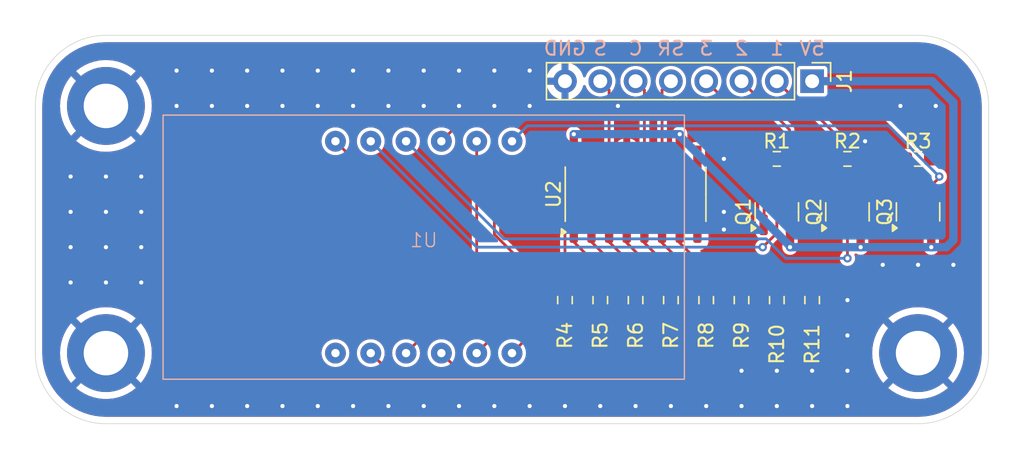
<source format=kicad_pcb>
(kicad_pcb (version 20240108) (generator "pcbnew") (generator_version "8.0")
  (layers (0 "F.Cu" signal) (31 "B.Cu" signal) (34 "B.Paste" user) (35 "F.Paste" user) (36 "B.SilkS" user "B.Silkscreen") (37 "F.SilkS" user "F.Silkscreen") (38 "B.Mask" user) (39 "F.Mask" user) (44 "Edge.Cuts" user))
  (net 0 "")
  (net 1 "/DIG3")
  (net 2 "GND")
  (net 3 "+5V")
  (net 4 "/DIG1")
  (net 5 "/RCLK")
  (net 6 "/DIG2")
  (net 7 "/SER")
  (net 8 "/SRCLK")
  (net 9 "Net-(Q1-C)")
  (net 10 "Net-(Q1-B)")
  (net 11 "Net-(Q2-B)")
  (net 12 "Net-(Q2-C)")
  (net 13 "Net-(Q3-B)")
  (net 14 "Net-(Q3-C)")
  (net 15 "Net-(U2-QA)")
  (net 16 "Net-(U1-A)")
  (net 17 "Net-(U2-QB)")
  (net 18 "Net-(U1-B)")
  (net 19 "Net-(U2-QC)")
  (net 20 "Net-(U1-C)")
  (net 21 "Net-(U2-QD)")
  (net 22 "Net-(U1-D)")
  (net 23 "Net-(U1-E)")
  (net 24 "Net-(U2-QE)")
  (net 25 "Net-(U1-F)")
  (net 26 "Net-(U2-QF)")
  (net 27 "Net-(U1-G)")
  (net 28 "Net-(U2-QG)")
  (net 29 "Net-(U2-QH)")
  (net 30 "Net-(U1-DP)")
  (footprint "MountingHole:MountingHole_3.2mm_M3_DIN965_Pad" (layer "F.Cu") (at 124.46 55.88)
    (property "Reference" "H1")
    (property "Value" "M3")
    (pad "1" thru_hole circle (at 0 0) (size 5.6 5.6) (drill 3.2) (layers "*.Cu" "*.Mask") (net 2 "GND"))
  )
  (footprint "Resistor_SMD:R_0603_1608Metric_Pad0.98x0.95mm_HandSolder" (layer "F.Cu") (at 119.38 41.91 180)
    (property "Reference" "R2" (at 0 1.27 0) (layer "F.SilkS"))
    (property "Value" "4.7k")
    (fp_line (start -0.254724 0.5225) (end 0.254724 0.5225) (stroke (width 0.12)) (layer "F.SilkS"))
    (fp_line (start -0.254724 -0.5225) (end 0.254724 -0.5225) (stroke (width 0.12)) (layer "F.SilkS"))
    (pad "1" smd roundrect (at -0.9125 0 180) (size 0.975 0.95) (layers "F.Cu" "F.Paste" "F.Mask") (net 6 "/DIG2"))
    (pad "2" smd roundrect (at 0.9125 0 180) (size 0.975 0.95) (layers "F.Cu" "F.Paste" "F.Mask") (net 11 "Net-(Q2-B)"))
  )
  (footprint "MountingHole:MountingHole_3.2mm_M3_DIN965_Pad" (layer "F.Cu") (at 66.04 55.88)
    (property "Reference" "H2")
    (property "Value" "M3")
    (pad "1" thru_hole circle (at 0 0) (size 5.6 5.6) (drill 3.2) (layers "*.Cu" "*.Mask") (net 2 "GND"))
  )
  (footprint "Resistor_SMD:R_0603_1608Metric_Pad0.98x0.95mm_HandSolder" (layer "F.Cu") (at 101.6 52.07 90)
    (property "Reference" "R5" (at -2.54 0 90) (layer "F.SilkS"))
    (property "Value" "220R")
    (fp_line (start -0.254724 -0.5225) (end 0.254724 -0.5225) (stroke (width 0.12)) (layer "F.SilkS"))
    (fp_line (start -0.254724 0.5225) (end 0.254724 0.5225) (stroke (width 0.12)) (layer "F.SilkS"))
    (pad "1" smd roundrect (at -0.9125 0 90) (size 0.975 0.95) (layers "F.Cu" "F.Paste" "F.Mask") (net 18 "Net-(U1-B)"))
    (pad "2" smd roundrect (at 0.9125 0 90) (size 0.975 0.95) (layers "F.Cu" "F.Paste" "F.Mask") (net 17 "Net-(U2-QB)"))
  )
  (footprint "Package_TO_SOT_SMD:SOT-23" (layer "F.Cu") (at 119.38 45.72 90)
    (property "Reference" "Q2" (at 0 -2.4 90) (layer "F.SilkS"))
    (property "Value" "MMBT3906")
    (fp_line (start 0 -1.56) (end 0.65 -1.56) (stroke (width 0.12)) (layer "F.SilkS"))
    (fp_line (start 0 -1.56) (end -0.65 -1.56) (stroke (width 0.12)) (layer "F.SilkS"))
    (fp_line (start 0 1.56) (end 0.65 1.56) (stroke (width 0.12)) (layer "F.SilkS"))
    (fp_line (start 0 1.56) (end -0.65 1.56) (stroke (width 0.12)) (layer "F.SilkS"))
    (fp_poly (pts (xy -1.1625 -1.51) (xy -1.4025 -1.84) (xy -0.9225 -1.84) (xy -1.1625 -1.51)) (stroke (width 0.12)) (fill solid) (layer "F.SilkS"))
    (pad "1" smd roundrect (at -0.9375 -0.95 90) (size 1.475 0.6) (layers "F.Cu" "F.Paste" "F.Mask") (net 11 "Net-(Q2-B)"))
    (pad "2" smd roundrect (at -0.9375 0.95 90) (size 1.475 0.6) (layers "F.Cu" "F.Paste" "F.Mask") (net 3 "+5V"))
    (pad "3" smd roundrect (at 0.9375 0 90) (size 1.475 0.6) (layers "F.Cu" "F.Paste" "F.Mask") (net 12 "Net-(Q2-C)"))
  )
  (footprint "Resistor_SMD:R_0603_1608Metric_Pad0.98x0.95mm_HandSolder" (layer "F.Cu") (at 114.3 41.91 180)
    (property "Reference" "R1" (at 0 1.27 0) (layer "F.SilkS"))
    (property "Value" "4.7k")
    (fp_line (start -0.254724 0.5225) (end 0.254724 0.5225) (stroke (width 0.12)) (layer "F.SilkS"))
    (fp_line (start -0.254724 -0.5225) (end 0.254724 -0.5225) (stroke (width 0.12)) (layer "F.SilkS"))
    (pad "1" smd roundrect (at -0.9125 0 180) (size 0.975 0.95) (layers "F.Cu" "F.Paste" "F.Mask") (net 1 "/DIG3"))
    (pad "2" smd roundrect (at 0.9125 0 180) (size 0.975 0.95) (layers "F.Cu" "F.Paste" "F.Mask") (net 10 "Net-(Q1-B)"))
  )
  (footprint "Resistor_SMD:R_0603_1608Metric_Pad0.98x0.95mm_HandSolder" (layer "F.Cu") (at 124.46 41.91 180)
    (property "Reference" "R3" (at 0 1.27 0) (layer "F.SilkS"))
    (property "Value" "4.7k")
    (fp_line (start -0.254724 0.5225) (end 0.254724 0.5225) (stroke (width 0.12)) (layer "F.SilkS"))
    (fp_line (start -0.254724 -0.5225) (end 0.254724 -0.5225) (stroke (width 0.12)) (layer "F.SilkS"))
    (pad "1" smd roundrect (at -0.9125 0 180) (size 0.975 0.95) (layers "F.Cu" "F.Paste" "F.Mask") (net 4 "/DIG1"))
    (pad "2" smd roundrect (at 0.9125 0 180) (size 0.975 0.95) (layers "F.Cu" "F.Paste" "F.Mask") (net 13 "Net-(Q3-B)"))
  )
  (footprint "Resistor_SMD:R_0603_1608Metric_Pad0.98x0.95mm_HandSolder" (layer "F.Cu") (at 114.3 52.07 90)
    (property "Reference" "R10" (at -3.175 0 90) (layer "F.SilkS"))
    (property "Value" "220R")
    (fp_line (start -0.254724 -0.5225) (end 0.254724 -0.5225) (stroke (width 0.12)) (layer "F.SilkS"))
    (fp_line (start -0.254724 0.5225) (end 0.254724 0.5225) (stroke (width 0.12)) (layer "F.SilkS"))
    (pad "1" smd roundrect (at -0.9125 0 90) (size 0.975 0.95) (layers "F.Cu" "F.Paste" "F.Mask") (net 27 "Net-(U1-G)"))
    (pad "2" smd roundrect (at 0.9125 0 90) (size 0.975 0.95) (layers "F.Cu" "F.Paste" "F.Mask") (net 28 "Net-(U2-QG)"))
  )
  (footprint "MountingHole:MountingHole_3.2mm_M3_DIN965_Pad" (layer "F.Cu") (at 66.04 38.1)
    (property "Reference" "H3")
    (property "Value" "M3")
    (pad "1" thru_hole circle (at 0 0) (size 5.6 5.6) (drill 3.2) (layers "*.Cu" "*.Mask") (net 2 "GND"))
  )
  (footprint "Resistor_SMD:R_0603_1608Metric_Pad0.98x0.95mm_HandSolder" (layer "F.Cu") (at 116.84 52.07 90)
    (property "Reference" "R11" (at -3.175 0 90) (layer "F.SilkS"))
    (property "Value" "220R")
    (fp_line (start -0.254724 -0.5225) (end 0.254724 -0.5225) (stroke (width 0.12)) (layer "F.SilkS"))
    (fp_line (start -0.254724 0.5225) (end 0.254724 0.5225) (stroke (width 0.12)) (layer "F.SilkS"))
    (pad "1" smd roundrect (at -0.9125 0 90) (size 0.975 0.95) (layers "F.Cu" "F.Paste" "F.Mask") (net 30 "Net-(U1-DP)"))
    (pad "2" smd roundrect (at 0.9125 0 90) (size 0.975 0.95) (layers "F.Cu" "F.Paste" "F.Mask") (net 29 "Net-(U2-QH)"))
  )
  (footprint "Resistor_SMD:R_0603_1608Metric_Pad0.98x0.95mm_HandSolder" (layer "F.Cu") (at 106.68 52.07 90)
    (property "Reference" "R7" (at -2.54 0 90) (layer "F.SilkS"))
    (property "Value" "220R")
    (fp_line (start -0.254724 -0.5225) (end 0.254724 -0.5225) (stroke (width 0.12)) (layer "F.SilkS"))
    (fp_line (start -0.254724 0.5225) (end 0.254724 0.5225) (stroke (width 0.12)) (layer "F.SilkS"))
    (pad "1" smd roundrect (at -0.9125 0 90) (size 0.975 0.95) (layers "F.Cu" "F.Paste" "F.Mask") (net 22 "Net-(U1-D)"))
    (pad "2" smd roundrect (at 0.9125 0 90) (size 0.975 0.95) (layers "F.Cu" "F.Paste" "F.Mask") (net 21 "Net-(U2-QD)"))
  )
  (footprint "Package_TO_SOT_SMD:SOT-23" (layer "F.Cu") (at 124.46 45.72 90)
    (property "Reference" "Q3" (at 0 -2.4 90) (layer "F.SilkS"))
    (property "Value" "MMBT3906")
    (fp_line (start 0 -1.56) (end 0.65 -1.56) (stroke (width 0.12)) (layer "F.SilkS"))
    (fp_line (start 0 -1.56) (end -0.65 -1.56) (stroke (width 0.12)) (layer "F.SilkS"))
    (fp_line (start 0 1.56) (end 0.65 1.56) (stroke (width 0.12)) (layer "F.SilkS"))
    (fp_line (start 0 1.56) (end -0.65 1.56) (stroke (width 0.12)) (layer "F.SilkS"))
    (fp_poly (pts (xy -1.1625 -1.51) (xy -1.4025 -1.84) (xy -0.9225 -1.84) (xy -1.1625 -1.51)) (stroke (width 0.12)) (fill solid) (layer "F.SilkS"))
    (pad "1" smd roundrect (at -0.9375 -0.95 90) (size 1.475 0.6) (layers "F.Cu" "F.Paste" "F.Mask") (net 13 "Net-(Q3-B)"))
    (pad "2" smd roundrect (at -0.9375 0.95 90) (size 1.475 0.6) (layers "F.Cu" "F.Paste" "F.Mask") (net 3 "+5V"))
    (pad "3" smd roundrect (at 0.9375 0 90) (size 1.475 0.6) (layers "F.Cu" "F.Paste" "F.Mask") (net 14 "Net-(Q3-C)"))
  )
  (footprint "Resistor_SMD:R_0603_1608Metric_Pad0.98x0.95mm_HandSolder" (layer "F.Cu") (at 104.14 52.07 90)
    (property "Reference" "R6" (at -2.54 0 90) (layer "F.SilkS"))
    (property "Value" "220R")
    (fp_line (start -0.254724 -0.5225) (end 0.254724 -0.5225) (stroke (width 0.12)) (layer "F.SilkS"))
    (fp_line (start -0.254724 0.5225) (end 0.254724 0.5225) (stroke (width 0.12)) (layer "F.SilkS"))
    (pad "1" smd roundrect (at -0.9125 0 90) (size 0.975 0.95) (layers "F.Cu" "F.Paste" "F.Mask") (net 20 "Net-(U1-C)"))
    (pad "2" smd roundrect (at 0.9125 0 90) (size 0.975 0.95) (layers "F.Cu" "F.Paste" "F.Mask") (net 19 "Net-(U2-QC)"))
  )
  (footprint "Resistor_SMD:R_0603_1608Metric_Pad0.98x0.95mm_HandSolder" (layer "F.Cu") (at 111.76 52.07 90)
    (property "Reference" "R9" (at -2.54 0 90) (layer "F.SilkS"))
    (property "Value" "220R")
    (fp_line (start -0.254724 -0.5225) (end 0.254724 -0.5225) (stroke (width 0.12)) (layer "F.SilkS"))
    (fp_line (start -0.254724 0.5225) (end 0.254724 0.5225) (stroke (width 0.12)) (layer "F.SilkS"))
    (pad "1" smd roundrect (at -0.9125 0 90) (size 0.975 0.95) (layers "F.Cu" "F.Paste" "F.Mask") (net 25 "Net-(U1-F)"))
    (pad "2" smd roundrect (at 0.9125 0 90) (size 0.975 0.95) (layers "F.Cu" "F.Paste" "F.Mask") (net 26 "Net-(U2-QF)"))
  )
  (footprint "Resistor_SMD:R_0603_1608Metric_Pad0.98x0.95mm_HandSolder" (layer "F.Cu") (at 109.22 52.07 90)
    (property "Reference" "R8" (at -2.54 0 90) (layer "F.SilkS"))
    (property "Value" "220R")
    (fp_line (start -0.254724 -0.5225) (end 0.254724 -0.5225) (stroke (width 0.12)) (layer "F.SilkS"))
    (fp_line (start -0.254724 0.5225) (end 0.254724 0.5225) (stroke (width 0.12)) (layer "F.SilkS"))
    (pad "1" smd roundrect (at -0.9125 0 90) (size 0.975 0.95) (layers "F.Cu" "F.Paste" "F.Mask") (net 23 "Net-(U1-E)"))
    (pad "2" smd roundrect (at 0.9125 0 90) (size 0.975 0.95) (layers "F.Cu" "F.Paste" "F.Mask") (net 24 "Net-(U2-QE)"))
  )
  (footprint "Connector_PinHeader_2.54mm:PinHeader_1x08_P2.54mm_Vertical" (layer "F.Cu") (at 116.84 36.322 -90)
    (property "Reference" "J1" (at 0 -2.33 90) (layer "F.SilkS"))
    (property "Value" "I/O")
    (fp_line (start -1.33 19.11) (end 1.33 19.11) (stroke (width 0.12)) (layer "F.SilkS"))
    (fp_line (start -1.33 1.27) (end -1.33 19.11) (stroke (width 0.12)) (layer "F.SilkS"))
    (fp_line (start -1.33 1.27) (end 1.33 1.27) (stroke (width 0.12)) (layer "F.SilkS"))
    (fp_line (start 1.33 1.27) (end 1.33 19.11) (stroke (width 0.12)) (layer "F.SilkS"))
    (fp_line (start -1.33 0) (end -1.33 -1.33) (stroke (width 0.12)) (layer "F.SilkS"))
    (fp_line (start -1.33 -1.33) (end 0 -1.33) (stroke (width 0.12)) (layer "F.SilkS"))
    (pad "1" thru_hole rect (at 0 0 270) (size 1.7 1.7) (drill 1) (layers "*.Cu" "*.Mask") (net 3 "+5V"))
    (pad "2" thru_hole oval (at 0 2.54 270) (size 1.7 1.7) (drill 1) (layers "*.Cu" "*.Mask") (net 4 "/DIG1"))
    (pad "3" thru_hole oval (at 0 5.08 270) (size 1.7 1.7) (drill 1) (layers "*.Cu" "*.Mask") (net 6 "/DIG2"))
    (pad "4" thru_hole oval (at 0 7.62 270) (size 1.7 1.7) (drill 1) (layers "*.Cu" "*.Mask") (net 1 "/DIG3"))
    (pad "5" thru_hole oval (at 0 10.16 270) (size 1.7 1.7) (drill 1) (layers "*.Cu" "*.Mask") (net 8 "/SRCLK"))
    (pad "6" thru_hole oval (at 0 12.7 270) (size 1.7 1.7) (drill 1) (layers "*.Cu" "*.Mask") (net 5 "/RCLK"))
    (pad "7" thru_hole oval (at 0 15.24 270) (size 1.7 1.7) (drill 1) (layers "*.Cu" "*.Mask") (net 7 "/SER"))
    (pad "8" thru_hole oval (at 0 17.78 270) (size 1.7 1.7) (drill 1) (layers "*.Cu" "*.Mask") (net 2 "GND"))
  )
  (footprint "Resistor_SMD:R_0603_1608Metric_Pad0.98x0.95mm_HandSolder" (layer "F.Cu") (at 99.06 52.07 90)
    (property "Reference" "R4" (at -2.54 0 90) (layer "F.SilkS"))
    (property "Value" "220R")
    (fp_line (start -0.254724 -0.5225) (end 0.254724 -0.5225) (stroke (width 0.12)) (layer "F.SilkS"))
    (fp_line (start -0.254724 0.5225) (end 0.254724 0.5225) (stroke (width 0.12)) (layer "F.SilkS"))
    (pad "1" smd roundrect (at -0.9125 0 90) (size 0.975 0.95) (layers "F.Cu" "F.Paste" "F.Mask") (net 16 "Net-(U1-A)"))
    (pad "2" smd roundrect (at 0.9125 0 90) (size 0.975 0.95) (layers "F.Cu" "F.Paste" "F.Mask") (net 15 "Net-(U2-QA)"))
  )
  (footprint "Package_TO_SOT_SMD:SOT-23" (layer "F.Cu") (at 114.3 45.72 90)
    (property "Reference" "Q1" (at 0 -2.4 90) (layer "F.SilkS"))
    (property "Value" "MMBT3906")
    (fp_line (start 0 -1.56) (end 0.65 -1.56) (stroke (width 0.12)) (layer "F.SilkS"))
    (fp_line (start 0 -1.56) (end -0.65 -1.56) (stroke (width 0.12)) (layer "F.SilkS"))
    (fp_line (start 0 1.56) (end 0.65 1.56) (stroke (width 0.12)) (layer "F.SilkS"))
    (fp_line (start 0 1.56) (end -0.65 1.56) (stroke (width 0.12)) (layer "F.SilkS"))
    (fp_poly (pts (xy -1.1625 -1.51) (xy -1.4025 -1.84) (xy -0.9225 -1.84) (xy -1.1625 -1.51)) (stroke (width 0.12)) (fill solid) (layer "F.SilkS"))
    (pad "1" smd roundrect (at -0.9375 -0.95 90) (size 1.475 0.6) (layers "F.Cu" "F.Paste" "F.Mask") (net 10 "Net-(Q1-B)"))
    (pad "2" smd roundrect (at -0.9375 0.95 90) (size 1.475 0.6) (layers "F.Cu" "F.Paste" "F.Mask") (net 3 "+5V"))
    (pad "3" smd roundrect (at 0.9375 0 90) (size 1.475 0.6) (layers "F.Cu" "F.Paste" "F.Mask") (net 9 "Net-(Q1-C)"))
  )
  (footprint "Package_SO:SOP-16_3.9x9.9mm_P1.27mm" (layer "F.Cu") (at 104.14 44.45 90)
    (property "Reference" "U2" (at 0 -5.9 90) (layer "F.SilkS"))
    (property "Value" "74HC595")
    (fp_line (start 0 -5.06) (end 1.95 -5.06) (stroke (width 0.12)) (layer "F.SilkS"))
    (fp_line (start 0 -5.06) (end -1.95 -5.06) (stroke (width 0.12)) (layer "F.SilkS"))
    (fp_line (start 0 5.06) (end 1.95 5.06) (stroke (width 0.12)) (layer "F.SilkS"))
    (fp_line (start 0 5.06) (end -1.95 5.06) (stroke (width 0.12)) (layer "F.SilkS"))
    (fp_poly (pts (xy -2.725 -5.005) (xy -2.965 -5.335) (xy -2.485 -5.335) (xy -2.725 -5.005)) (stroke (width 0.12)) (fill solid) (layer "F.SilkS"))
    (pad "1" smd roundrect (at -2.5 -4.445 90) (size 2 0.6) (layers "F.Cu" "F.Paste" "F.Mask") (net 17 "Net-(U2-QB)"))
    (pad "2" smd roundrect (at -2.5 -3.175 90) (size 2 0.6) (layers "F.Cu" "F.Paste" "F.Mask") (net 19 "Net-(U2-QC)"))
    (pad "3" smd roundrect (at -2.5 -1.905 90) (size 2 0.6) (layers "F.Cu" "F.Paste" "F.Mask") (net 21 "Net-(U2-QD)"))
    (pad "4" smd roundrect (at -2.5 -0.635 90) (size 2 0.6) (layers "F.Cu" "F.Paste" "F.Mask") (net 24 "Net-(U2-QE)"))
    (pad "5" smd roundrect (at -2.5 0.635 90) (size 2 0.6) (layers "F.Cu" "F.Paste" "F.Mask") (net 26 "Net-(U2-QF)"))
    (pad "6" smd roundrect (at -2.5 1.905 90) (size 2 0.6) (layers "F.Cu" "F.Paste" "F.Mask") (net 28 "Net-(U2-QG)"))
    (pad "7" smd roundrect (at -2.5 3.175 90) (size 2 0.6) (layers "F.Cu" "F.Paste" "F.Mask") (net 29 "Net-(U2-QH)"))
    (pad "8" smd roundrect (at -2.5 4.445 90) (size 2 0.6) (layers "F.Cu" "F.Paste" "F.Mask") (net 2 "GND"))
    (pad "9" smd roundrect (at 2.5 4.445 90) (size 2 0.6) (layers "F.Cu" "F.Paste" "F.Mask"))
    (pad "10" smd roundrect (at 2.5 3.175 90) (size 2 0.6) (layers "F.Cu" "F.Paste" "F.Mask") (net 3 "+5V"))
    (pad "11" smd roundrect (at 2.5 1.905 90) (size 2 0.6) (layers "F.Cu" "F.Paste" "F.Mask") (net 8 "/SRCLK"))
    (pad "12" smd roundrect (at 2.5 0.635 90) (size 2 0.6) (layers "F.Cu" "F.Paste" "F.Mask") (net 5 "/RCLK"))
    (pad "13" smd roundrect (at 2.5 -0.635 90) (size 2 0.6) (layers "F.Cu" "F.Paste" "F.Mask") (net 2 "GND"))
    (pad "14" smd roundrect (at 2.5 -1.905 90) (size 2 0.6) (layers "F.Cu" "F.Paste" "F.Mask") (net 7 "/SER"))
    (pad "15" smd roundrect (at 2.5 -3.175 90) (size 2 0.6) (layers "F.Cu" "F.Paste" "F.Mask") (net 15 "Net-(U2-QA)"))
    (pad "16" smd roundrect (at 2.5 -4.445 90) (size 2 0.6) (layers "F.Cu" "F.Paste" "F.Mask") (net 3 "+5V"))
  )
  (footprint "FJ5361BH:FJ5361BH" (layer "B.Cu") (at 88.9 48.26 180)
    (property "Reference" "U1" (at 0 0.5 0) (layer "B.SilkS") (effects (font (thickness 0.1)) (justify mirror)))
    (property "Value" "~")
    (fp_rect (start -18.75 9.5) (end 18.75 -9.5) (stroke (width 0.1)) (fill none) (layer "B.SilkS"))
    (pad "1" thru_hole circle (at -6.35 -7.62 180) (size 1.5 1.5) (drill 0.6) (layers "*.Cu" "*.Mask") (net 23 "Net-(U1-E)"))
    (pad "2" thru_hole circle (at -3.81 -7.62 180) (size 1.5 1.5) (drill 0.6) (layers "*.Cu" "*.Mask") (net 22 "Net-(U1-D)"))
    (pad "3" thru_hole circle (at -1.27 -7.62 180) (size 1.5 1.5) (drill 0.6) (layers "*.Cu" "*.Mask") (net 30 "Net-(U1-DP)"))
    (pad "4" thru_hole circle (at 1.27 -7.62 180) (size 1.5 1.5) (drill 0.6) (layers "*.Cu" "*.Mask") (net 20 "Net-(U1-C)"))
    (pad "5" thru_hole circle (at 3.81 -7.62 180) (size 1.5 1.5) (drill 0.6) (layers "*.Cu" "*.Mask") (net 27 "Net-(U1-G)"))
    (pad "6" thru_hole circle (at 6.35 -7.62 180) (size 1.5 1.5) (drill 0.6) (layers "*.Cu" "*.Mask"))
    (pad "7" thru_hole circle (at 6.35 7.62 180) (size 1.5 1.5) (drill 0.6) (layers "*.Cu" "*.Mask") (net 18 "Net-(U1-B)"))
    (pad "8" thru_hole circle (at 3.81 7.62 180) (size 1.5 1.5) (drill 0.6) (layers "*.Cu" "*.Mask") (net 9 "Net-(Q1-C)"))
    (pad "9" thru_hole circle (at 1.27 7.62 180) (size 1.5 1.5) (drill 0.6) (layers "*.Cu" "*.Mask") (net 12 "Net-(Q2-C)"))
    (pad "10" thru_hole circle (at -1.27 7.62 180) (size 1.5 1.5) (drill 0.6) (layers "*.Cu" "*.Mask") (net 25 "Net-(U1-F)"))
    (pad "11" thru_hole circle (at -3.81 7.62 180) (size 1.5 1.5) (drill 0.6) (layers "*.Cu" "*.Mask") (net 16 "Net-(U1-A)"))
    (pad "12" thru_hole circle (at -6.35 7.62 180) (size 1.5 1.5) (drill 0.6) (layers "*.Cu" "*.Mask") (net 14 "Net-(Q3-C)"))
  )
  (gr_line (start 66.04 60.96) (end 124.46 60.96) (stroke (width 0.05)) (layer "Edge.Cuts"))
  (gr_arc (start 60.96 38.1) (mid 62.447898 34.507898) (end 66.04 33.02) (stroke (width 0.05)) (layer "Edge.Cuts"))
  (gr_arc (start 129.54 55.88) (mid 128.052102 59.472102) (end 124.46 60.96) (stroke (width 0.05)) (layer "Edge.Cuts"))
  (gr_line (start 66.04 33.02) (end 124.46 33.02) (stroke (width 0.05)) (layer "Edge.Cuts"))
  (gr_arc (start 124.46 33.02) (mid 128.052102 34.507898) (end 129.54 38.1) (stroke (width 0.05)) (layer "Edge.Cuts"))
  (gr_arc (start 66.04 60.96) (mid 62.447898 59.472102) (end 60.96 55.88) (stroke (width 0.05)) (layer "Edge.Cuts"))
  (gr_line (start 60.96 38.1) (end 60.96 55.88) (stroke (width 0.05)) (layer "Edge.Cuts"))
  (gr_line (start 129.54 55.88) (end 129.54 38.1) (stroke (width 0.05)) (layer "Edge.Cuts"))
  (gr_text "3" (at 109.22 34.544 0) (layer "B.SilkS") (effects (font (size 1 1)) (justify bottom mirror)))
  (gr_text "S" (at 101.6 34.544 0) (layer "B.SilkS") (effects (font (size 1 1)) (justify bottom mirror)))
  (gr_text "GND" (at 99.06 34.544 0) (layer "B.SilkS") (effects (font (size 1 1)) (justify bottom mirror)))
  (gr_text "2" (at 111.76 34.544 0) (layer "B.SilkS") (effects (font (size 1 1)) (justify bottom mirror)))
  (gr_text "SR" (at 106.68 34.544 0) (layer "B.SilkS") (effects (font (size 1 1)) (justify bottom mirror)))
  (gr_text "C" (at 104.14 34.544 0) (layer "B.SilkS") (effects (font (size 1 1)) (justify bottom mirror)))
  (gr_text "1" (at 114.3 34.544 0) (layer "B.SilkS") (effects (font (size 1 1)) (justify bottom mirror)))
  (gr_text "5V" (at 116.84 34.544 0) (layer "B.SilkS") (effects (font (size 1 1)) (justify bottom mirror)))
  (segment (start 115.2125 39.8125) (end 113.792 38.392) (width 0.2) (layer "F.Cu") (net 1))
  (segment (start 109.22 36.322) (end 111.29 38.392) (width 0.2) (layer "F.Cu") (net 1))
  (segment (start 111.29 38.392) (end 113.792 38.392) (width 0.2) (layer "F.Cu") (net 1))
  (segment (start 115.2125 41.91) (end 115.2125 39.8125) (width 0.2) (layer "F.Cu") (net 1))
  (via (at 66.04 43.18) (size 0.6) (drill 0.3) (layers "F.Cu" "B.Cu") (net 2))
  (via (at 86.36 38.1) (size 0.6) (drill 0.3) (layers "F.Cu" "B.Cu") (net 2))
  (via (at 101.6 59.69) (size 0.6) (drill 0.3) (layers "F.Cu" "B.Cu") (net 2))
  (via (at 123.19 38.1) (size 0.6) (drill 0.3) (layers "F.Cu" "B.Cu") (net 2))
  (via (at 63.5 50.8) (size 0.6) (drill 0.3) (layers "F.Cu" "B.Cu") (net 2))
  (via (at 121.92 49.53) (size 0.6) (drill 0.3) (layers "F.Cu" "B.Cu") (net 2))
  (via (at 83.82 35.56) (size 0.6) (drill 0.3) (layers "F.Cu" "B.Cu") (net 2))
  (via (at 68.58 50.8) (size 0.6) (drill 0.3) (layers "F.Cu" "B.Cu") (net 2))
  (via (at 99.06 59.69) (size 0.6) (drill 0.3) (layers "F.Cu" "B.Cu") (net 2))
  (via (at 114.3 59.69) (size 0.6) (drill 0.3) (layers "F.Cu" "B.Cu") (net 2))
  (via (at 63.5 43.18) (size 0.6) (drill 0.3) (layers "F.Cu" "B.Cu") (net 2))
  (via (at 78.74 38.1) (size 0.6) (drill 0.3) (layers "F.Cu" "B.Cu") (net 2))
  (via (at 68.58 45.72) (size 0.6) (drill 0.3) (layers "F.Cu" "B.Cu") (net 2))
  (via (at 76.2 38.1) (size 0.6) (drill 0.3) (layers "F.Cu" "B.Cu") (net 2))
  (via (at 93.98 59.69) (size 0.6) (drill 0.3) (layers "F.Cu" "B.Cu") (net 2))
  (via (at 66.04 50.8) (size 0.6) (drill 0.3) (layers "F.Cu" "B.Cu") (net 2))
  (via (at 116.84 59.69) (size 0.6) (drill 0.3) (layers "F.Cu" "B.Cu") (net 2))
  (via (at 73.66 35.56) (size 0.6) (drill 0.3) (layers "F.Cu" "B.Cu") (net 2))
  (via (at 63.5 48.26) (size 0.6) (drill 0.3) (layers "F.Cu" "B.Cu") (net 2))
  (via (at 73.66 59.69) (size 0.6) (drill 0.3) (layers "F.Cu" "B.Cu") (net 2))
  (via (at 81.28 59.69) (size 0.6) (drill 0.3) (layers "F.Cu" "B.Cu") (net 2))
  (via (at 83.82 38.1) (size 0.6) (drill 0.3) (layers "F.Cu" "B.Cu") (net 2))
  (via (at 88.9 35.56) (size 0.6) (drill 0.3) (layers "F.Cu" "B.Cu") (net 2))
  (via (at 76.2 59.69) (size 0.6) (drill 0.3) (layers "F.Cu" "B.Cu") (net 2))
  (via (at 116.84 57.15) (size 0.6) (drill 0.3) (layers "F.Cu" "B.Cu") (net 2))
  (via (at 106.68 59.69) (size 0.6) (drill 0.3) (layers "F.Cu" "B.Cu") (net 2))
  (via (at 96.52 35.56) (size 0.6) (drill 0.3) (layers "F.Cu" "B.Cu") (net 2))
  (via (at 104.14 59.69) (size 0.6) (drill 0.3) (layers "F.Cu" "B.Cu") (net 2))
  (via (at 111.76 59.69) (size 0.6) (drill 0.3) (layers "F.Cu" "B.Cu") (net 2))
  (via (at 76.2 35.56) (size 0.6) (drill 0.3) (layers "F.Cu" "B.Cu") (net 2))
  (via (at 71.12 59.69) (size 0.6) (drill 0.3) (layers "F.Cu" "B.Cu") (net 2))
  (via (at 93.98 35.56) (size 0.6) (drill 0.3) (layers "F.Cu" "B.Cu") (net 2))
  (via (at 96.52 38.1) (size 0.6) (drill 0.3) (layers "F.Cu" "B.Cu") (net 2))
  (via (at 63.5 45.72) (size 0.6) (drill 0.3) (layers "F.Cu" "B.Cu") (net 2))
  (via (at 119.38 59.69) (size 0.6) (drill 0.3) (layers "F.Cu" "B.Cu") (net 2))
  (via (at 88.9 38.1) (size 0.6) (drill 0.3) (layers "F.Cu" "B.Cu") (net 2))
  (via (at 110.49 46.99) (size 0.6) (drill 0.3) (layers "F.Cu" "B.Cu") (net 2))
  (via (at 96.52 59.69) (size 0.6) (drill 0.3) (layers "F.Cu" "B.Cu") (net 2))
  (via (at 124.46 49.53) (size 0.6) (drill 0.3) (layers "F.Cu" "B.Cu") (net 2))
  (via (at 83.82 59.69) (size 0.6) (drill 0.3) (layers "F.Cu" "B.Cu") (net 2))
  (via (at 88.9 59.69) (size 0.6) (drill 0.3) (layers "F.Cu" "B.Cu") (net 2))
  (via (at 93.98 38.1) (size 0.6) (drill 0.3) (layers "F.Cu" "B.Cu") (net 2))
  (via (at 127 49.53) (size 0.6) (drill 0.3) (layers "F.Cu" "B.Cu") (net 2))
  (via (at 91.44 59.69) (size 0.6) (drill 0.3) (layers "F.Cu" "B.Cu") (net 2))
  (via (at 66.04 45.72) (size 0.6) (drill 0.3) (layers "F.Cu" "B.Cu") (net 2))
  (via (at 81.28 38.1) (size 0.6) (drill 0.3) (layers "F.Cu" "B.Cu") (net 2))
  (via (at 109.22 59.69) (size 0.6) (drill 0.3) (layers "F.Cu" "B.Cu") (net 2))
  (via (at 119.38 57.15) (size 0.6) (drill 0.3) (layers "F.Cu" "B.Cu") (net 2))
  (via (at 119.38 54.61) (size 0.6) (drill 0.3) (layers "F.Cu" "B.Cu") (net 2))
  (via (at 78.74 59.69) (size 0.6) (drill 0.3) (layers "F.Cu" "B.Cu") (net 2))
  (via (at 81.28 35.56) (size 0.6) (drill 0.3) (layers "F.Cu" "B.Cu") (net 2))
  (via (at 111.76 57.15) (size 0.6) (drill 0.3) (layers "F.Cu" "B.Cu") (net 2))
  (via (at 68.58 43.18) (size 0.6) (drill 0.3) (layers "F.Cu" "B.Cu") (net 2))
  (via (at 71.12 35.56) (size 0.6) (drill 0.3) (layers "F.Cu" "B.Cu") (net 2))
  (via (at 110.49 45.72) (size 0.6) (drill 0.3) (layers "F.Cu" "B.Cu") (net 2))
  (via (at 73.66 38.1) (size 0.6) (drill 0.3) (layers "F.Cu" "B.Cu") (net 2))
  (via (at 66.04 48.26) (size 0.6) (drill 0.3) (layers "F.Cu" "B.Cu") (net 2))
  (via (at 86.36 35.56) (size 0.6) (drill 0.3) (layers "F.Cu" "B.Cu") (net 2))
  (via (at 68.58 48.26) (size 0.6) (drill 0.3) (layers "F.Cu" "B.Cu") (net 2))
  (via (at 120.65 40.64) (size 0.6) (drill 0.3) (layers "F.Cu" "B.Cu") (net 2))
  (via (at 125.73 38.1) (size 0.6) (drill 0.3) (layers "F.Cu" "B.Cu") (net 2))
  (via (at 114.3 57.15) (size 0.6) (drill 0.3) (layers "F.Cu" "B.Cu") (net 2))
  (via (at 110.49 41.91) (size 0.6) (drill 0.3) (layers "F.Cu" "B.Cu") (net 2))
  (via (at 119.38 52.07) (size 0.6) (drill 0.3) (layers "F.Cu" "B.Cu") (net 2))
  (via (at 91.44 38.1) (size 0.6) (drill 0.3) (layers "F.Cu" "B.Cu") (net 2))
  (via (at 91.44 35.56) (size 0.6) (drill 0.3) (layers "F.Cu" "B.Cu") (net 2))
  (via (at 86.36 59.69) (size 0.6) (drill 0.3) (layers "F.Cu" "B.Cu") (net 2))
  (via (at 71.12 38.1) (size 0.6) (drill 0.3) (layers "F.Cu" "B.Cu") (net 2))
  (via (at 102.87 38.1) (size 0.6) (drill 0.3) (layers "F.Cu" "B.Cu") (net 2))
  (via (at 78.74 35.56) (size 0.6) (drill 0.3) (layers "F.Cu" "B.Cu") (net 2))
  (segment (start 115.25 46.6575) (end 115.25 48.26) (width 0.6) (layer "F.Cu") (net 3))
  (segment (start 125.41 46.6575) (end 125.41 48.26) (width 0.6) (layer "F.Cu") (net 3))
  (segment (start 107.315 41.95) (end 107.315 40.132) (width 0.6) (layer "F.Cu") (net 3))
  (segment (start 120.33 46.6575) (end 120.33 48.26) (width 0.6) (layer "F.Cu") (net 3))
  (segment (start 99.695 41.95) (end 99.695 40.132) (width 0.6) (layer "F.Cu") (net 3))
  (via (at 125.41 48.26) (size 0.6) (drill 0.3) (layers "F.Cu" "B.Cu") (net 3))
  (via (at 107.315 40.132) (size 0.6) (drill 0.3) (layers "F.Cu" "B.Cu") (net 3))
  (via (at 99.695 40.132) (size 0.6) (drill 0.3) (layers "F.Cu" "B.Cu") (net 3))
  (via (at 120.33 48.26) (size 0.6) (drill 0.3) (layers "F.Cu" "B.Cu") (net 3))
  (via (at 115.25 48.26) (size 0.6) (drill 0.3) (layers "F.Cu" "B.Cu") (net 3))
  (segment (start 115.316 48.26) (end 115.25 48.26) (width 0.6) (layer "B.Cu") (net 3))
  (segment (start 107.315 40.259) (end 107.315 40.132) (width 0.6) (layer "B.Cu") (net 3))
  (segment (start 126.492 48.26) (end 115.316 48.26) (width 0.6) (layer "B.Cu") (net 3))
  (segment (start 125.476 36.322) (end 127 37.846) (width 0.6) (layer "B.Cu") (net 3))
  (segment (start 115.316 48.26) (end 107.315 40.259) (width 0.6) (layer "B.Cu") (net 3))
  (segment (start 127 37.846) (end 127 47.752) (width 0.6) (layer "B.Cu") (net 3))
  (segment (start 107.315 40.132) (end 99.695 40.132) (width 0.6) (layer "B.Cu") (net 3))
  (segment (start 116.84 36.322) (end 125.476 36.322) (width 0.6) (layer "B.Cu") (net 3))
  (segment (start 127 47.752) (end 126.492 48.26) (width 0.6) (layer "B.Cu") (net 3))
  (segment (start 115.57 37.592) (end 121.0545 37.592) (width 0.2) (layer "F.Cu") (net 4))
  (segment (start 114.3 36.322) (end 115.57 37.592) (width 0.2) (layer "F.Cu") (net 4))
  (segment (start 121.0545 37.592) (end 125.3725 41.91) (width 0.2) (layer "F.Cu") (net 4))
  (segment (start 104.775 36.957) (end 104.14 36.322) (width 0.2) (layer "F.Cu") (net 5))
  (segment (start 104.775 41.95) (end 104.775 36.957) (width 0.2) (layer "F.Cu") (net 5))
  (segment (start 113.43 37.992) (end 116.3745 37.992) (width 0.2) (layer "F.Cu") (net 6))
  (segment (start 116.3745 37.992) (end 120.2925 41.91) (width 0.2) (layer "F.Cu") (net 6))
  (segment (start 111.76 36.322) (end 113.43 37.992) (width 0.2) (layer "F.Cu") (net 6))
  (segment (start 102.235 36.957) (end 101.6 36.322) (width 0.2) (layer "F.Cu") (net 7))
  (segment (start 102.235 41.95) (end 102.235 36.957) (width 0.2) (layer "F.Cu") (net 7))
  (segment (start 106.045 36.957) (end 106.68 36.322) (width 0.2) (layer "F.Cu") (net 8))
  (segment (start 106.045 41.95) (end 106.045 36.957) (width 0.2) (layer "F.Cu") (net 8))
  (segment (start 114.3 47.244) (end 113.284 48.26) (width 0.2) (layer "F.Cu") (net 9))
  (segment (start 114.3 44.7825) (end 114.3 47.244) (width 0.2) (layer "F.Cu") (net 9))
  (via (at 113.284 48.26) (size 0.6) (drill 0.3) (layers "F.Cu" "B.Cu") (net 9))
  (segment (start 113.284 48.26) (end 92.71 48.26) (width 0.2) (layer "B.Cu") (net 9))
  (segment (start 92.71 48.26) (end 85.09 40.64) (width 0.2) (layer "B.Cu") (net 9))
  (segment (start 113.3875 46.62) (end 113.35 46.6575) (width 0.2) (layer "F.Cu") (net 10))
  (segment (start 113.3875 41.91) (end 113.3875 46.62) (width 0.2) (layer "F.Cu") (net 10))
  (segment (start 118.4675 46.62) (end 118.43 46.6575) (width 0.2) (layer "F.Cu") (net 11))
  (segment (start 118.4675 41.91) (end 118.4675 46.62) (width 0.2) (layer "F.Cu") (net 11))
  (segment (start 119.38 44.7825) (end 119.38 49.06) (width 0.2) (layer "F.Cu") (net 12))
  (via (at 119.38 49.06) (size 0.6) (drill 0.3) (layers "F.Cu" "B.Cu") (net 12))
  (segment (start 94.65 47.66) (end 113.532529 47.66) (width 0.2) (layer "B.Cu") (net 12))
  (segment (start 113.532529 47.66) (end 114.932529 49.06) (width 0.2) (layer "B.Cu") (net 12))
  (segment (start 87.63 40.64) (end 94.65 47.66) (width 0.2) (layer "B.Cu") (net 12))
  (segment (start 114.932529 49.06) (end 119.38 49.06) (width 0.2) (layer "B.Cu") (net 12))
  (segment (start 123.5475 41.91) (end 123.5475 46.62) (width 0.2) (layer "F.Cu") (net 13))
  (segment (start 123.5475 46.62) (end 123.51 46.6575) (width 0.2) (layer "F.Cu") (net 13))
  (segment (start 125.984 43.2585) (end 125.984 43.18) (width 0.2) (layer "F.Cu") (net 14))
  (segment (start 124.46 44.7825) (end 125.984 43.2585) (width 0.2) (layer "F.Cu") (net 14))
  (via (at 125.984 43.18) (size 0.6) (drill 0.3) (layers "F.Cu" "B.Cu") (net 14))
  (segment (start 96.358 39.532) (end 95.25 40.64) (width 0.2) (layer "B.Cu") (net 14))
  (segment (start 122.336 39.532) (end 96.358 39.532) (width 0.2) (layer "B.Cu") (net 14))
  (segment (start 125.984 43.18) (end 122.336 39.532) (width 0.2) (layer "B.Cu") (net 14))
  (segment (start 100.965 41.95) (end 100.965 42.949999) (width 0.2) (layer "F.Cu") (net 15))
  (segment (start 99.06 44.854999) (end 99.06 51.1575) (width 0.2) (layer "F.Cu") (net 15))
  (segment (start 100.965 42.949999) (end 99.06 44.854999) (width 0.2) (layer "F.Cu") (net 15))
  (segment (start 92.71 50.234314) (end 92.71 40.64) (width 0.2) (layer "F.Cu") (net 16))
  (segment (start 99.06 52.9825) (end 95.458186 52.9825) (width 0.2) (layer "F.Cu") (net 16))
  (segment (start 95.458186 52.9825) (end 92.71 50.234314) (width 0.2) (layer "F.Cu") (net 16))
  (segment (start 99.695 47.879) (end 101.6 49.784) (width 0.2) (layer "F.Cu") (net 17))
  (segment (start 101.6 49.784) (end 101.6 51.1575) (width 0.2) (layer "F.Cu") (net 17))
  (segment (start 99.695 46.95) (end 99.695 47.879) (width 0.2) (layer "F.Cu") (net 17))
  (segment (start 100.8125 53.77) (end 95.68 53.77) (width 0.2) (layer "F.Cu") (net 18))
  (segment (start 95.68 53.77) (end 82.55 40.64) (width 0.2) (layer "F.Cu") (net 18))
  (segment (start 101.6 52.9825) (end 100.8125 53.77) (width 0.2) (layer "F.Cu") (net 18))
  (segment (start 100.965 47.879) (end 104.14 51.054) (width 0.2) (layer "F.Cu") (net 19))
  (segment (start 104.14 51.054) (end 104.14 51.1575) (width 0.2) (layer "F.Cu") (net 19))
  (segment (start 100.965 46.95) (end 100.965 47.879) (width 0.2) (layer "F.Cu") (net 19))
  (segment (start 89.34 54.17) (end 87.63 55.88) (width 0.2) (layer "F.Cu") (net 20))
  (segment (start 102.9525 54.17) (end 89.34 54.17) (width 0.2) (layer "F.Cu") (net 20))
  (segment (start 104.14 52.9825) (end 102.9525 54.17) (width 0.2) (layer "F.Cu") (net 20))
  (segment (start 105.5135 51.1575) (end 106.68 51.1575) (width 0.2) (layer "F.Cu") (net 21))
  (segment (start 102.235 47.879) (end 105.5135 51.1575) (width 0.2) (layer "F.Cu") (net 21))
  (segment (start 102.235 46.95) (end 102.235 47.879) (width 0.2) (layer "F.Cu") (net 21))
  (segment (start 105.0925 54.57) (end 94.02 54.57) (width 0.2) (layer "F.Cu") (net 22))
  (segment (start 106.68 52.9825) (end 105.0925 54.57) (width 0.2) (layer "F.Cu") (net 22))
  (segment (start 94.02 54.57) (end 92.71 55.88) (width 0.2) (layer "F.Cu") (net 22))
  (segment (start 107.2325 54.97) (end 96.16 54.97) (width 0.2) (layer "F.Cu") (net 23))
  (segment (start 96.16 54.97) (end 95.25 55.88) (width 0.2) (layer "F.Cu") (net 23))
  (segment (start 109.22 52.9825) (end 107.2325 54.97) (width 0.2) (layer "F.Cu") (net 23))
  (segment (start 105.739001 50.184) (end 108.2465 50.184) (width 0.2) (layer "F.Cu") (net 24))
  (segment (start 108.2465 50.184) (end 109.22 51.1575) (width 0.2) (layer "F.Cu") (net 24))
  (segment (start 103.505 46.95) (end 103.505 47.949999) (width 0.2) (layer "F.Cu") (net 24))
  (segment (start 103.505 47.949999) (end 105.739001 50.184) (width 0.2) (layer "F.Cu") (net 24))
  (segment (start 92.924925 39.37) (end 91.44 39.37) (width 0.2) (layer "F.Cu") (net 25))
  (segment (start 93.98 40.425075) (end 92.924925 39.37) (width 0.2) (layer "F.Cu") (net 25))
  (segment (start 93.98 47.331722) (end 93.98 40.425075) (width 0.2) (layer "F.Cu") (net 25))
  (segment (start 91.44 39.37) (end 90.17 40.64) (width 0.2) (layer "F.Cu") (net 25))
  (segment (start 111.76 52.9825) (end 110.9725 52.195) (width 0.2) (layer "F.Cu") (net 25))
  (segment (start 98.843278 52.195) (end 93.98 47.331722) (width 0.2) (layer "F.Cu") (net 25))
  (segment (start 110.9725 52.195) (end 98.843278 52.195) (width 0.2) (layer "F.Cu") (net 25))
  (segment (start 104.775 46.95) (end 104.775 47.949999) (width 0.2) (layer "F.Cu") (net 26))
  (segment (start 104.775 47.949999) (end 106.609001 49.784) (width 0.2) (layer "F.Cu") (net 26))
  (segment (start 106.609001 49.784) (end 110.3865 49.784) (width 0.2) (layer "F.Cu") (net 26))
  (segment (start 110.3865 49.784) (end 111.76 51.1575) (width 0.2) (layer "F.Cu") (net 26))
  (segment (start 86.868 57.658) (end 85.09 55.88) (width 0.2) (layer "F.Cu") (net 27))
  (segment (start 114.3 53.34) (end 109.982 57.658) (width 0.2) (layer "F.Cu") (net 27))
  (segment (start 114.3 52.9825) (end 114.3 53.34) (width 0.2) (layer "F.Cu") (net 27))
  (segment (start 109.982 57.658) (end 86.868 57.658) (width 0.2) (layer "F.Cu") (net 27))
  (segment (start 107.479001 49.384) (end 110.552186 49.384) (width 0.2) (layer "F.Cu") (net 28))
  (segment (start 106.045 46.95) (end 106.045 47.949999) (width 0.2) (layer "F.Cu") (net 28))
  (segment (start 113.5125 50.37) (end 114.3 51.1575) (width 0.2) (layer "F.Cu") (net 28))
  (segment (start 110.552186 49.384) (end 111.538186 50.37) (width 0.2) (layer "F.Cu") (net 28))
  (segment (start 111.538186 50.37) (end 113.5125 50.37) (width 0.2) (layer "F.Cu") (net 28))
  (segment (start 106.045 47.949999) (end 107.479001 49.384) (width 0.2) (layer "F.Cu") (net 28))
  (segment (start 108.349001 48.984) (end 110.717872 48.984) (width 0.2) (layer "F.Cu") (net 29))
  (segment (start 110.717872 48.984) (end 111.703872 49.97) (width 0.2) (layer "F.Cu") (net 29))
  (segment (start 111.703872 49.97) (end 115.6525 49.97) (width 0.2) (layer "F.Cu") (net 29))
  (segment (start 107.315 46.95) (end 107.315 47.949999) (width 0.2) (layer "F.Cu") (net 29))
  (segment (start 107.315 47.949999) (end 108.349001 48.984) (width 0.2) (layer "F.Cu") (net 29))
  (segment (start 115.6525 49.97) (end 116.84 51.1575) (width 0.2) (layer "F.Cu") (net 29))
  (segment (start 113.833278 52.195) (end 113.525 52.503278) (width 0.2) (layer "F.Cu") (net 30))
  (segment (start 108.858 57.258) (end 91.548 57.258) (width 0.2) (layer "F.Cu") (net 30))
  (segment (start 116.84 52.9825) (end 116.0525 52.195) (width 0.2) (layer "F.Cu") (net 30))
  (segment (start 116.0525 52.195) (end 113.833278 52.195) (width 0.2) (layer "F.Cu") (net 30))
  (segment (start 91.548 57.258) (end 90.17 55.88) (width 0.2) (layer "F.Cu") (net 30))
  (segment (start 113.525 52.503278) (end 113.525 52.591) (width 0.2) (layer "F.Cu") (net 30))
  (segment (start 113.525 52.591) (end 108.858 57.258) (width 0.2) (layer "F.Cu") (net 30))
  (zone (net 2) (net_name "GND") (layers "F&B.Cu") (connect_pads (clearance 0.25)) (min_thickness 0.2) (fill yes (thermal_gap 0.5) (thermal_bridge_width 0.5))
    (polygon (pts (xy 58.42 30.48) (xy 58.42 63.5) (xy 132.08 63.5) (xy 132.08 30.48)))
  )
)
</source>
